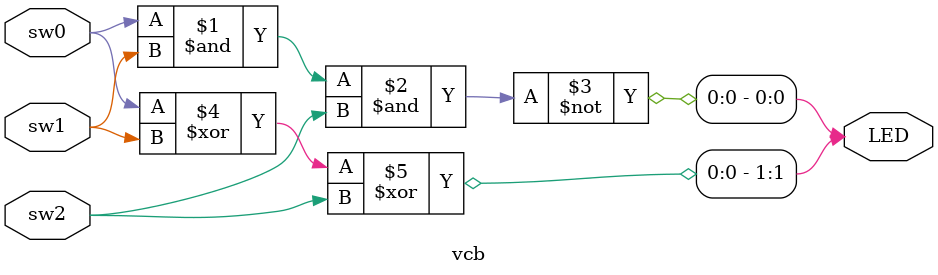
<source format=v>
`timescale 1ns / 1ps

module vcb(
   input  sw0,
   input  sw1,
   input  sw2,
   output [1:0] LED
   );
   assign LED[0] = ~(sw0 & sw1 & sw2);
   assign LED[1] = ((sw0 ^ sw1) ^ sw2);
   
endmodule
</source>
